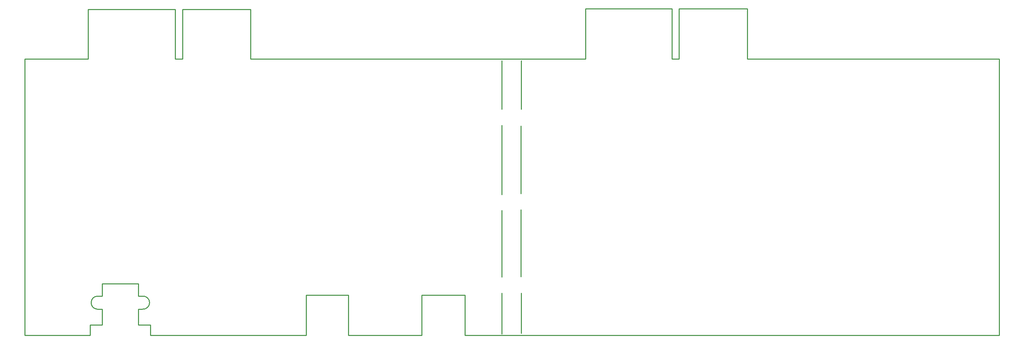
<source format=gko>
G04*
G04 #@! TF.GenerationSoftware,Altium Limited,Altium Designer,21.6.4 (81)*
G04*
G04 Layer_Color=8388736*
%FSLAX25Y25*%
%MOIN*%
G70*
G04*
G04 #@! TF.SameCoordinates,EA33D638-3998-4E8D-B273-0A36DB5C1B2A*
G04*
G04*
G04 #@! TF.FilePolarity,Positive*
G04*
G01*
G75*
%ADD54C,0.01000*%
D54*
X217500Y126500D02*
G03*
X217500Y139500I554J6500D01*
G01*
X173000D02*
G03*
X172500Y126500I-9J-6509D01*
G01*
X594500Y325500D02*
Y374000D01*
X575000Y373000D02*
Y374000D01*
Y325500D02*
Y373000D01*
X594000Y241500D02*
Y309000D01*
X575000Y240500D02*
Y309500D01*
X594000Y159000D02*
Y225500D01*
X575000Y158500D02*
Y225000D01*
X594500Y102500D02*
Y142500D01*
X575000Y102000D02*
Y142500D01*
X1050000Y100500D02*
X1070000D01*
X638500Y375500D02*
X658500D01*
X100500Y100500D02*
Y375500D01*
X163500D01*
Y425000D01*
X250000D01*
Y375500D02*
Y425000D01*
Y375500D02*
X257500D01*
Y425000D01*
X325000D01*
Y375500D02*
Y425000D01*
Y375500D02*
X600000D01*
X575000D02*
X638500D01*
X658500D02*
Y425500D01*
X744500D01*
Y375500D02*
Y425500D01*
Y375500D02*
X751500D01*
Y425500D01*
X819500D01*
Y375500D02*
Y425500D01*
Y375500D02*
X1070000D01*
Y100500D02*
Y375500D01*
X538500Y100500D02*
X1050000Y100500D01*
X538500Y100500D02*
Y140500D01*
X495500D02*
X538500D01*
X495500Y100500D02*
Y140500D01*
X422500Y100500D02*
X495500D01*
X422500D02*
Y140500D01*
X380500D02*
X422500D01*
X380500Y100500D02*
Y140500D01*
X225500Y100500D02*
X380500D01*
X225500D02*
Y111000D01*
X213500D02*
X225500D01*
X213500D02*
Y126500D01*
X217500D01*
X213500Y139500D02*
X217500D01*
X213500D02*
Y152000D01*
X177500D02*
X213500D01*
X177500Y139500D02*
Y152000D01*
X173000Y139500D02*
X177500D01*
X172500Y126500D02*
X177500D01*
Y111000D02*
Y126500D01*
X165500Y111000D02*
X177500D01*
X165500Y100500D02*
Y111000D01*
X100500Y100500D02*
X165500D01*
M02*

</source>
